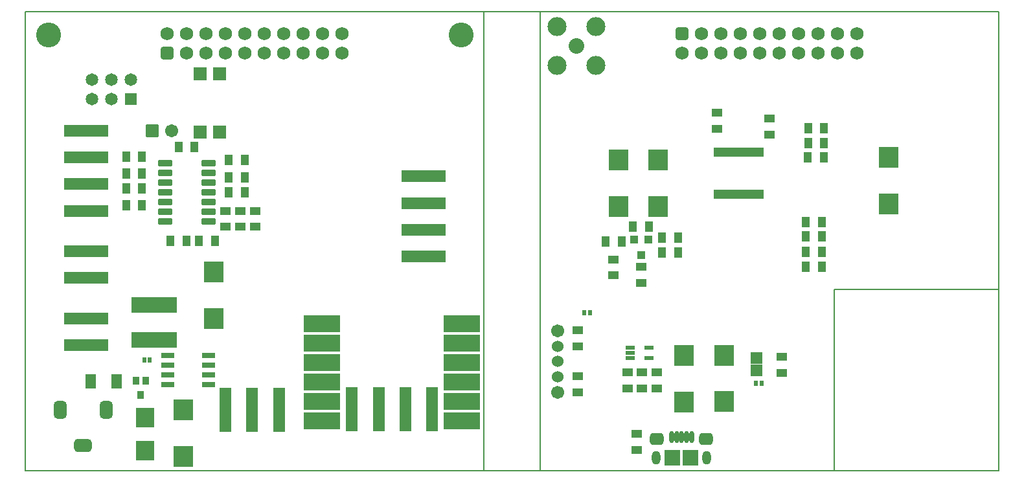
<source format=gbs>
G04*
G04 #@! TF.GenerationSoftware,Altium Limited,Altium Designer,21.2.2 (38)*
G04*
G04 Layer_Color=16711935*
%FSLAX44Y44*%
%MOMM*%
G71*
G04*
G04 #@! TF.SameCoordinates,1FAA2A19-5D32-44EB-9D88-0ED73DB0A834*
G04*
G04*
G04 #@! TF.FilePolarity,Negative*
G04*
G01*
G75*
%ADD31C,0.2000*%
%ADD49C,0.1930*%
%ADD53C,1.6500*%
%ADD54R,1.6500X1.6500*%
%ADD66C,2.0320*%
%ADD115R,1.4032X1.1032*%
%ADD116R,5.7150X1.4986*%
%ADD117R,1.4986X5.7150*%
%ADD118R,1.1032X1.4032*%
%ADD131R,0.6032X0.8032*%
%ADD139R,2.3532X2.6532*%
%ADD144R,1.8032X1.8032*%
G04:AMPARAMS|DCode=145|XSize=1.7032mm|YSize=1.7032mm|CornerRadius=0.1541mm|HoleSize=0mm|Usage=FLASHONLY|Rotation=0.000|XOffset=0mm|YOffset=0mm|HoleType=Round|Shape=RoundedRectangle|*
%AMROUNDEDRECTD145*
21,1,1.7032,1.3950,0,0,0.0*
21,1,1.3950,1.7032,0,0,0.0*
1,1,0.3082,0.6975,-0.6975*
1,1,0.3082,-0.6975,-0.6975*
1,1,0.3082,-0.6975,0.6975*
1,1,0.3082,0.6975,0.6975*
%
%ADD145ROUNDEDRECTD145*%
%ADD146C,1.7032*%
%ADD148R,4.7752X2.1844*%
G04:AMPARAMS|DCode=149|XSize=2.3032mm|YSize=1.7032mm|CornerRadius=0.4766mm|HoleSize=0mm|Usage=FLASHONLY|Rotation=180.000|XOffset=0mm|YOffset=0mm|HoleType=Round|Shape=RoundedRectangle|*
%AMROUNDEDRECTD149*
21,1,2.3032,0.7500,0,0,180.0*
21,1,1.3500,1.7032,0,0,180.0*
1,1,0.9532,-0.6750,0.3750*
1,1,0.9532,0.6750,0.3750*
1,1,0.9532,0.6750,-0.3750*
1,1,0.9532,-0.6750,-0.3750*
%
%ADD149ROUNDEDRECTD149*%
G04:AMPARAMS|DCode=150|XSize=2.3032mm|YSize=1.7032mm|CornerRadius=0.4766mm|HoleSize=0mm|Usage=FLASHONLY|Rotation=90.000|XOffset=0mm|YOffset=0mm|HoleType=Round|Shape=RoundedRectangle|*
%AMROUNDEDRECTD150*
21,1,2.3032,0.7500,0,0,90.0*
21,1,1.3500,1.7032,0,0,90.0*
1,1,0.9532,0.3750,0.6750*
1,1,0.9532,0.3750,-0.6750*
1,1,0.9532,-0.3750,-0.6750*
1,1,0.9532,-0.3750,0.6750*
%
%ADD150ROUNDEDRECTD150*%
G04:AMPARAMS|DCode=151|XSize=1.7532mm|YSize=1.7532mm|CornerRadius=0.4891mm|HoleSize=0mm|Usage=FLASHONLY|Rotation=0.000|XOffset=0mm|YOffset=0mm|HoleType=Round|Shape=RoundedRectangle|*
%AMROUNDEDRECTD151*
21,1,1.7532,0.7750,0,0,0.0*
21,1,0.7750,1.7532,0,0,0.0*
1,1,0.9782,0.3875,-0.3875*
1,1,0.9782,-0.3875,-0.3875*
1,1,0.9782,-0.3875,0.3875*
1,1,0.9782,0.3875,0.3875*
%
%ADD151ROUNDEDRECTD151*%
%ADD152C,1.7532*%
%ADD153O,1.1032X1.8032*%
%ADD154C,1.5240*%
%ADD155C,1.7018*%
%ADD156C,2.4892*%
G04:AMPARAMS|DCode=157|XSize=0.8532mm|YSize=1.8532mm|CornerRadius=0.1504mm|HoleSize=0mm|Usage=FLASHONLY|Rotation=270.000|XOffset=0mm|YOffset=0mm|HoleType=Round|Shape=RoundedRectangle|*
%AMROUNDEDRECTD157*
21,1,0.8532,1.5525,0,0,270.0*
21,1,0.5525,1.8532,0,0,270.0*
1,1,0.3007,-0.7763,-0.2763*
1,1,0.3007,-0.7763,0.2763*
1,1,0.3007,0.7763,0.2763*
1,1,0.3007,0.7763,-0.2763*
%
%ADD157ROUNDEDRECTD157*%
%ADD158R,2.6532X2.7532*%
%ADD159R,5.9032X2.0032*%
%ADD160R,1.7532X0.8032*%
%ADD161R,0.9032X1.1032*%
%ADD162R,1.4532X1.8532*%
%ADD163R,1.6032X1.5032*%
%ADD164R,2.1032X2.0032*%
G04:AMPARAMS|DCode=165|XSize=1.8032mm|YSize=1.6032mm|CornerRadius=0.4516mm|HoleSize=0mm|Usage=FLASHONLY|Rotation=180.000|XOffset=0mm|YOffset=0mm|HoleType=Round|Shape=RoundedRectangle|*
%AMROUNDEDRECTD165*
21,1,1.8032,0.7000,0,0,180.0*
21,1,0.9000,1.6032,0,0,180.0*
1,1,0.9032,-0.4500,0.3500*
1,1,0.9032,0.4500,0.3500*
1,1,0.9032,0.4500,-0.3500*
1,1,0.9032,-0.4500,-0.3500*
%
%ADD165ROUNDEDRECTD165*%
%ADD166O,0.6032X1.5532*%
%ADD167R,1.2827X0.5532*%
%ADD168R,1.0032X1.1032*%
%ADD169R,0.6532X1.2532*%
%ADD170C,3.2512*%
D31*
X0Y0D02*
X600000D01*
X0D02*
Y600000D01*
X600000Y0D02*
Y600000D01*
X0D02*
X600000D01*
X1273049Y484950D02*
Y600000D01*
X673049D02*
X1273049D01*
Y401700D02*
Y484950D01*
X1057499Y50D02*
Y236700D01*
X786299Y50D02*
X1057499D01*
Y236700D02*
X1273049D01*
X673049Y0D02*
X786049D01*
X673049Y461750D02*
X673049Y0D01*
X1273049Y236700D02*
Y401700D01*
X673049Y461750D02*
Y600000D01*
D49*
X-25Y0D02*
Y600050D01*
Y0D02*
X1273073D01*
X-25Y600050D02*
X1273073D01*
X1273073Y0D01*
D53*
X87122Y511048D02*
D03*
Y485648D02*
D03*
X112522Y511048D02*
D03*
Y485648D02*
D03*
X137922Y511048D02*
D03*
D54*
Y485648D02*
D03*
D66*
X720919Y555090D02*
D03*
D115*
X300736Y318852D02*
D03*
Y339852D02*
D03*
X281432Y318852D02*
D03*
Y339852D02*
D03*
X262128Y318852D02*
D03*
Y339852D02*
D03*
X988649Y127800D02*
D03*
Y148800D02*
D03*
X722499Y162400D02*
D03*
Y183400D02*
D03*
X722099Y123400D02*
D03*
Y102400D02*
D03*
X787249Y128800D02*
D03*
Y107800D02*
D03*
X806349Y128800D02*
D03*
Y107800D02*
D03*
X825349Y128800D02*
D03*
Y107800D02*
D03*
X799649Y47950D02*
D03*
Y26950D02*
D03*
X768999Y276300D02*
D03*
Y255300D02*
D03*
X804999Y266950D02*
D03*
Y245950D02*
D03*
X972699Y460700D02*
D03*
Y439700D02*
D03*
X904349Y447300D02*
D03*
Y468300D02*
D03*
D116*
X80010Y164136D02*
D03*
Y199136D02*
D03*
X520954Y385012D02*
D03*
Y350012D02*
D03*
Y315012D02*
D03*
Y280012D02*
D03*
X80036Y286968D02*
D03*
Y251968D02*
D03*
X80010Y444904D02*
D03*
Y409904D02*
D03*
Y374904D02*
D03*
Y339904D02*
D03*
D117*
X261672Y80010D02*
D03*
X296672D02*
D03*
X331672D02*
D03*
X427026Y80600D02*
D03*
X462026D02*
D03*
X497026D02*
D03*
X532026D02*
D03*
D118*
X221488Y423418D02*
D03*
X200488D02*
D03*
X286938Y406146D02*
D03*
X265938D02*
D03*
X226822Y300482D02*
D03*
X247822D02*
D03*
X287020Y383286D02*
D03*
X266020D02*
D03*
X287020Y364236D02*
D03*
X266020D02*
D03*
X131908Y410972D02*
D03*
X152908D02*
D03*
X131908Y388366D02*
D03*
X152908D02*
D03*
X131908Y368808D02*
D03*
X152908D02*
D03*
X131908Y347218D02*
D03*
X152908D02*
D03*
X189738Y300482D02*
D03*
X210738D02*
D03*
X815499Y319550D02*
D03*
X794499D02*
D03*
X832399Y305050D02*
D03*
X853399D02*
D03*
X853299Y285450D02*
D03*
X832299D02*
D03*
X758524Y299375D02*
D03*
X779524D02*
D03*
X1044349Y447800D02*
D03*
X1023349D02*
D03*
X1044449Y428650D02*
D03*
X1023449D02*
D03*
X1044249Y409500D02*
D03*
X1023249D02*
D03*
X1041499Y325450D02*
D03*
X1020499D02*
D03*
X1041499Y306400D02*
D03*
X1020499D02*
D03*
X1041349Y286000D02*
D03*
X1020349D02*
D03*
X1041449Y266950D02*
D03*
X1020449D02*
D03*
D131*
X155504Y144526D02*
D03*
X162504D02*
D03*
X955399Y114150D02*
D03*
X962399D02*
D03*
X731099Y206500D02*
D03*
X738099D02*
D03*
D139*
X157000Y26500D02*
D03*
Y69500D02*
D03*
D144*
X254000Y443230D02*
D03*
X228600D02*
D03*
X254000Y519430D02*
D03*
X228600D02*
D03*
D145*
X165862Y444246D02*
D03*
D146*
X191262D02*
D03*
D148*
X387698Y192024D02*
D03*
Y166624D02*
D03*
Y141224D02*
D03*
Y115824D02*
D03*
Y90424D02*
D03*
Y65024D02*
D03*
X570898Y192024D02*
D03*
Y166624D02*
D03*
Y141224D02*
D03*
Y115824D02*
D03*
Y90424D02*
D03*
Y65024D02*
D03*
D149*
X75894Y33010D02*
D03*
D150*
X45894Y80010D02*
D03*
X105894D02*
D03*
D151*
X185700Y546300D02*
D03*
X858749Y571700D02*
D03*
D152*
X211100Y546300D02*
D03*
X236500D02*
D03*
X261900D02*
D03*
X287300D02*
D03*
X312700D02*
D03*
X338100D02*
D03*
X363500D02*
D03*
X388900D02*
D03*
X414300D02*
D03*
X185700Y571700D02*
D03*
X211100D02*
D03*
X236500D02*
D03*
X261900D02*
D03*
X287300D02*
D03*
X312700D02*
D03*
X338100D02*
D03*
X363500D02*
D03*
X388900D02*
D03*
X414300D02*
D03*
X1087349Y546300D02*
D03*
X1061949D02*
D03*
X1036549D02*
D03*
X1011149D02*
D03*
X985749D02*
D03*
X960349D02*
D03*
X934949D02*
D03*
X909549D02*
D03*
X884149D02*
D03*
X858749D02*
D03*
X1087349Y571700D02*
D03*
X1061949D02*
D03*
X1036549D02*
D03*
X1011149D02*
D03*
X985749D02*
D03*
X960349D02*
D03*
X934949D02*
D03*
X909549D02*
D03*
X884149D02*
D03*
D153*
X825049Y17150D02*
D03*
X891049D02*
D03*
D154*
X695899Y162850D02*
D03*
Y142850D02*
D03*
Y122850D02*
D03*
D155*
Y182850D02*
D03*
Y102850D02*
D03*
D156*
X695519Y529690D02*
D03*
X746319D02*
D03*
Y580490D02*
D03*
X695519D02*
D03*
D157*
X239324Y402336D02*
D03*
Y389636D02*
D03*
Y376936D02*
D03*
Y364236D02*
D03*
Y351536D02*
D03*
Y338836D02*
D03*
Y326136D02*
D03*
X182824Y402336D02*
D03*
Y389636D02*
D03*
Y376936D02*
D03*
Y364236D02*
D03*
Y351536D02*
D03*
Y338836D02*
D03*
Y326136D02*
D03*
D158*
X246500Y259750D02*
D03*
Y199250D02*
D03*
X207000Y18750D02*
D03*
Y79250D02*
D03*
X827449Y406250D02*
D03*
Y345750D02*
D03*
X1128899Y348950D02*
D03*
Y409450D02*
D03*
X775399Y406150D02*
D03*
Y345650D02*
D03*
X861399Y90050D02*
D03*
Y150550D02*
D03*
X913399Y90350D02*
D03*
Y150850D02*
D03*
D159*
X169000Y171000D02*
D03*
Y217000D02*
D03*
D160*
X186000Y112450D02*
D03*
Y125150D02*
D03*
Y137850D02*
D03*
Y150550D02*
D03*
X240000D02*
D03*
Y137850D02*
D03*
Y125150D02*
D03*
Y112450D02*
D03*
D161*
X144500Y118000D02*
D03*
X157500D02*
D03*
X151000Y99000D02*
D03*
D162*
X119750Y117000D02*
D03*
X85250D02*
D03*
D163*
X956049Y130950D02*
D03*
Y146950D02*
D03*
D164*
X846049Y17150D02*
D03*
X870049D02*
D03*
D165*
X826049Y41650D02*
D03*
X890049D02*
D03*
D166*
X858049Y43900D02*
D03*
X864549D02*
D03*
X871049D02*
D03*
X845049D02*
D03*
X851549D02*
D03*
D167*
X815199Y147550D02*
D03*
Y160550D02*
D03*
X790942D02*
D03*
Y154050D02*
D03*
Y147550D02*
D03*
D168*
X805199Y282350D02*
D03*
X814699Y302350D02*
D03*
X795699D02*
D03*
D169*
X962199Y361200D02*
D03*
X955699D02*
D03*
X949199D02*
D03*
X942699D02*
D03*
X936199D02*
D03*
X929699D02*
D03*
X923199D02*
D03*
X916699D02*
D03*
X910199D02*
D03*
X903699D02*
D03*
X962199Y416700D02*
D03*
X955699D02*
D03*
X949199D02*
D03*
X942699D02*
D03*
X936199D02*
D03*
X929699D02*
D03*
X923199D02*
D03*
X916699D02*
D03*
X910199D02*
D03*
X903699D02*
D03*
D170*
X30226Y569722D02*
D03*
X569722D02*
D03*
M02*

</source>
